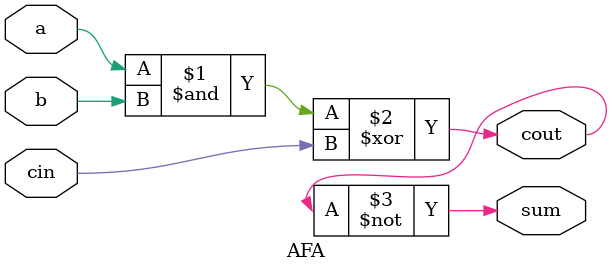
<source format=sv>
module AFA(
    input wire a, 
    input wire b, 
    input wire cin,
    output wire sum,
    output wire cout
);
    assign cout = (a&b) ^ cin;
    assign sum = ~cout;
endmodule

</source>
